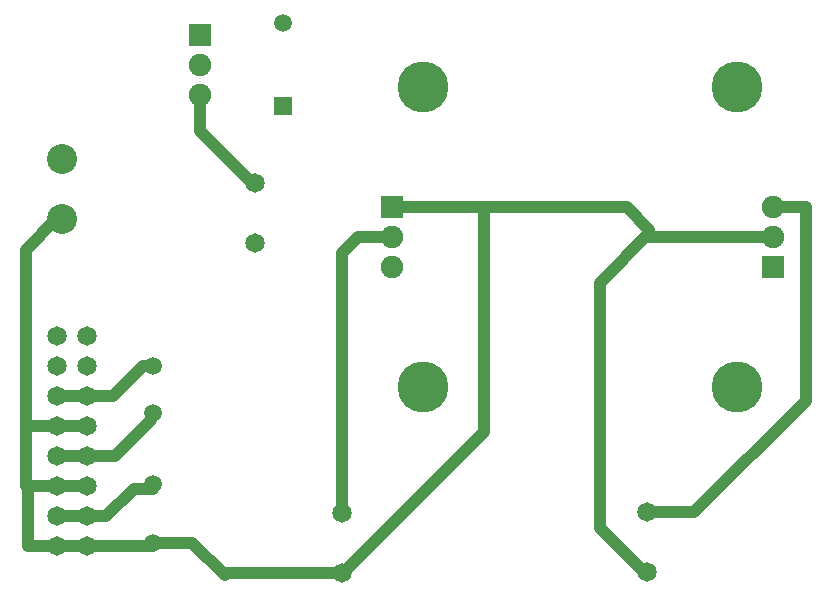
<source format=gbr>
G04 DipTrace 3.3.1.1*
G04 Bottom.gbr*
%MOIN*%
G04 #@! TF.FileFunction,Copper,L2,Bot*
G04 #@! TF.Part,Single*
G04 #@! TA.AperFunction,Conductor*
%ADD14C,0.03937*%
G04 #@! TA.AperFunction,ComponentPad*
%ADD16C,0.064961*%
%ADD19R,0.059055X0.059055*%
%ADD20C,0.059055*%
%ADD21C,0.17*%
%ADD22C,0.059055*%
%ADD23C,0.065*%
%ADD24R,0.074803X0.074803*%
%ADD25C,0.074803*%
%ADD26C,0.1*%
%FSLAX26Y26*%
G04*
G70*
G90*
G75*
G01*
G04 Bottom*
%LPD*%
X585920Y895936D2*
D14*
X685920D1*
X905827D1*
Y905827D1*
X1037562D1*
X1145130Y798259D1*
Y805769D1*
X1535912D1*
X1702846Y2025772D2*
X2010480D1*
Y1275899D1*
X1540350Y805769D1*
X1535912D1*
X685920Y1095936D2*
X585920D1*
X488542D1*
Y895936D1*
X585920D1*
Y1295936D2*
X481676D1*
Y1095936D1*
X488542D1*
X685920Y1295936D2*
X585920D1*
X2010480Y2025772D2*
X2484374D1*
X2559322Y1950824D1*
Y1939223D1*
Y1926440D1*
X2972753D1*
X2559322Y1939223D2*
X2394333Y1774235D1*
Y956512D1*
X2543110Y807735D1*
X2553552D1*
X603990Y1986190D2*
X584290D1*
X481676Y1883576D1*
Y1295936D1*
X1702846Y1925772D2*
X1589608D1*
X1535912Y1872076D1*
Y1005769D1*
X585920Y995936D2*
X685920D1*
X750777D1*
X842182Y1087341D1*
X905827D1*
Y1102677D1*
X585920Y1195936D2*
X685920D1*
X780402D1*
X899331Y1314865D1*
Y1338898D1*
X905827D1*
X2972753Y2026440D2*
X3081226D1*
Y1378167D1*
X2710794Y1007735D1*
X2553552D1*
X585920Y1395936D2*
X685920D1*
X773567D1*
X874009Y1496378D1*
X905827D1*
X1063307Y2398740D2*
Y2278673D1*
X1236741Y2105239D1*
X1246823D1*
D16*
Y1905239D3*
Y2105239D3*
X2553552Y807735D3*
Y1007735D3*
X1535912Y805769D3*
Y1005769D3*
D19*
X1338898Y2362520D3*
D20*
Y2638110D3*
D21*
X2854024Y2426440D3*
Y1426440D3*
X1804874Y2425772D3*
Y1425772D3*
D22*
X905827Y905827D3*
Y1102677D3*
Y1338898D3*
Y1496378D3*
D23*
X585920Y1495936D3*
Y1395936D3*
Y1295936D3*
Y1195936D3*
Y1095936D3*
Y995936D3*
Y895936D3*
X685920D3*
Y995936D3*
Y1095936D3*
Y1195936D3*
Y1295936D3*
Y1395936D3*
Y1495936D3*
Y1595936D3*
X585920D3*
D24*
X1702846Y2025772D3*
D25*
Y1925772D3*
Y1825772D3*
D24*
X2972753Y1826440D3*
D25*
Y1926440D3*
Y2026440D3*
D24*
X1063307Y2598740D3*
D25*
Y2498740D3*
Y2398740D3*
D26*
X603990Y1986190D3*
Y2186190D3*
M02*

</source>
